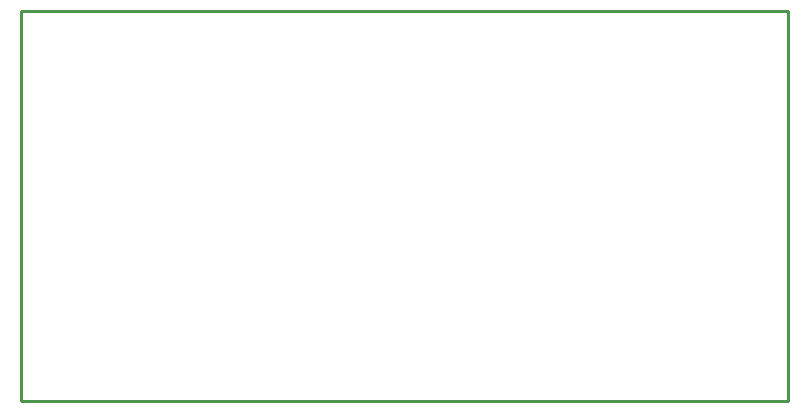
<source format=gko>
%FSDAX24Y24*%
%MOIN*%
%SFA1B1*%

%IPPOS*%
%ADD24C,0.010000*%
%LNpcb_relayboard-1*%
%LPD*%
G54D24*
X000000Y000000D02*
X025590D01*
X000000Y012992D02*
Y000000D01*
Y012990D02*
X025590D01*
Y000000D02*
Y013000D01*
M02*
</source>
